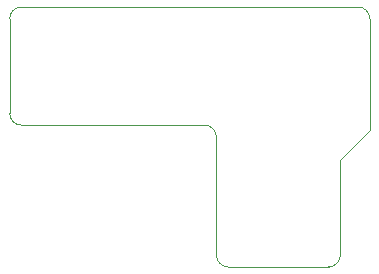
<source format=gbr>
%TF.GenerationSoftware,KiCad,Pcbnew,6.99.0-1.20221101gitf80c150.fc36*%
%TF.CreationDate,2022-11-28T17:43:38+00:00*%
%TF.ProjectId,bugg-mic-r4,62756767-2d6d-4696-932d-72342e6b6963,rev?*%
%TF.SameCoordinates,Original*%
%TF.FileFunction,Profile,NP*%
%FSLAX46Y46*%
G04 Gerber Fmt 4.6, Leading zero omitted, Abs format (unit mm)*
G04 Created by KiCad (PCBNEW 6.99.0-1.20221101gitf80c150.fc36) date 2022-11-28 17:43:38*
%MOMM*%
%LPD*%
G01*
G04 APERTURE LIST*
%TA.AperFunction,Profile*%
%ADD10C,0.100000*%
%TD*%
G04 APERTURE END LIST*
D10*
X-10000003Y4999997D02*
G75*
G03*
X-11000000Y4000000I-1J-999996D01*
G01*
X5500000Y-5000000D02*
X-10000000Y-5000000D01*
X6500000Y-16000003D02*
G75*
G03*
X7500000Y-17000000I1000000J3D01*
G01*
X16000003Y-17000000D02*
G75*
G03*
X17000000Y-16000000I-3J1000000D01*
G01*
X19500000Y-5450000D02*
X17000000Y-7950000D01*
X-10000000Y5000000D02*
X18500000Y5000000D01*
X17000000Y-7950000D02*
X17000000Y-16000000D01*
X6500000Y-5999997D02*
G75*
G03*
X5500000Y-5000000I-1000000J-3D01*
G01*
X6500000Y-16000000D02*
X6500000Y-6000000D01*
X16000000Y-17000000D02*
X7500000Y-17000000D01*
X19500000Y4000003D02*
G75*
G03*
X18500000Y5000000I-1000000J-3D01*
G01*
X-10999997Y-4000003D02*
G75*
G03*
X-10000000Y-5000000I999996J-1D01*
G01*
X19500000Y4000000D02*
X19500000Y-5450000D01*
X-11000000Y-4000000D02*
X-11000000Y4000000D01*
M02*

</source>
